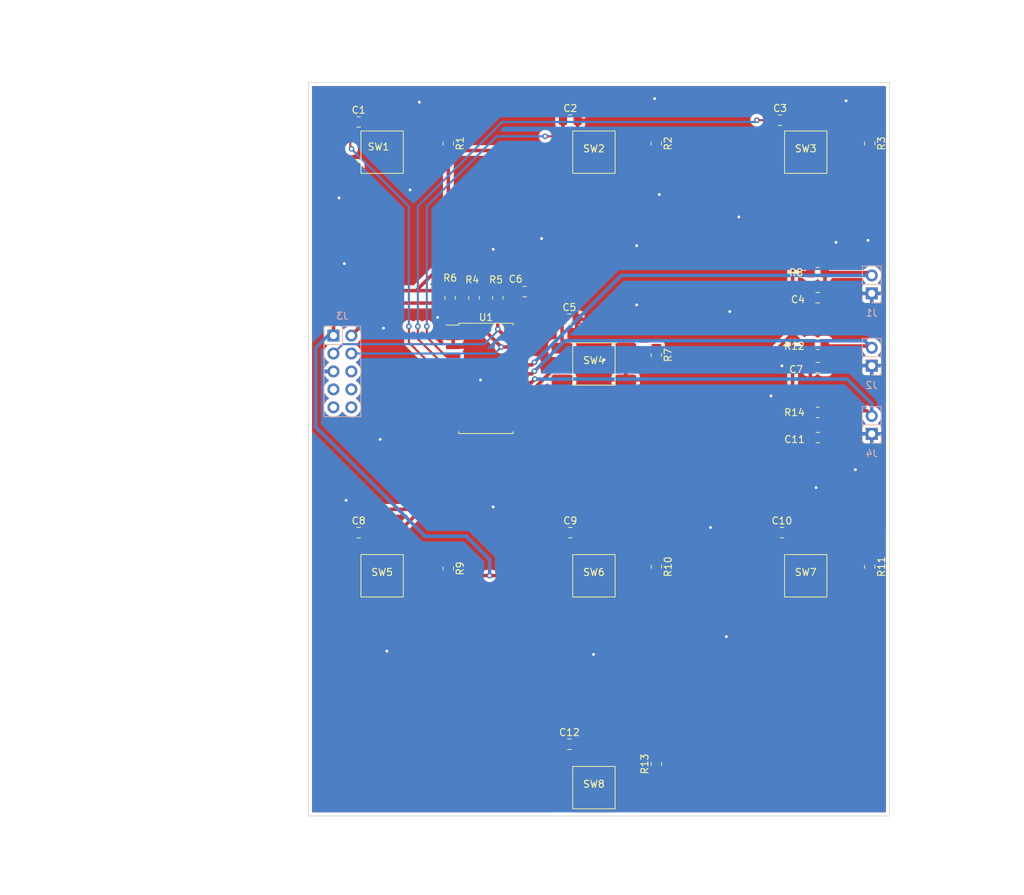
<source format=kicad_pcb>
(kicad_pcb (version 20211014) (generator pcbnew)
  (layers (0 "F.Cu" signal) (31 "B.Cu" signal) (34 "B.Paste" user) (35 "F.Paste" user) (36 "B.SilkS" user "B.Silkscreen") (37 "F.SilkS" user "F.Silkscreen") (38 "B.Mask" user) (39 "F.Mask" user) (44 "Edge.Cuts" user))
  (net 0 "")
  (net 1 "LEFT")
  (net 2 "GND")
  (net 3 "MENU")
  (net 4 "OK")
  (net 5 "DOWN")
  (net 6 "HOME")
  (net 7 "UP")
  (net 8 "RIGHT")
  (net 9 "BACK")
  (net 10 "BTN1")
  (net 11 "BTN2")
  (net 12 "BTN3")
  (net 13 "Net-(R1-Pad1)")
  (net 14 "+3.3V")
  (net 15 "Net-(R2-Pad1)")
  (net 16 "Net-(R3-Pad1)")
  (net 17 "Net-(R7-Pad1)")
  (net 26 "INT")
  (net 27 "SDA")
  (net 28 "SCL")
  (net 36 "Net-(R9-Pad1)")
  (net 37 "Net-(R10-Pad1)")
  (net 38 "Net-(R11-Pad1)")
  (net 39 "Net-(R13-Pad1)")
  (footprint "Resistor_SMD:R_0805_2012Metric_Pad1.20x1.40mm_HandSolder" (layer "F.Cu") (at 148.844 108.712 -90)
    (fp_text reference "R10" (at 0 -1.65 90) (layer "F.SilkS"))
    (fp_text value "10k")
    (fp_line (start -0.227064 0.735) (end 0.227064 0.735) (layer "F.SilkS") (width 0.12))
    (fp_line (start -0.227064 -0.735) (end 0.227064 -0.735) (layer "F.SilkS") (width 0.12))
    (pad "1" smd roundrect (at -1 0 270) (size 1.2 1.4) (layers "F.Cu" "F.Paste" "F.Mask") (roundrect_rratio 0.208333) (net 37 "Net-(R10-Pad1)"))
    (pad "2" smd roundrect (at 1 0 270) (size 1.2 1.4) (layers "F.Cu" "F.Paste" "F.Mask") (roundrect_rratio 0.208333) (net 14 "+3.3V"))
  )
  (footprint "Capacitor_SMD:C_0805_2012Metric_Pad1.18x1.45mm_HandSolder" (layer "F.Cu") (at 106.68 103.886)
    (fp_text reference "C8" (at 0 -1.68) (layer "F.SilkS"))
    (fp_text value "100nF")
    (fp_line (start -0.261252 0.735) (end 0.261252 0.735) (layer "F.SilkS") (width 0.12))
    (fp_line (start -0.261252 -0.735) (end 0.261252 -0.735) (layer "F.SilkS") (width 0.12))
    (pad "1" smd roundrect (at -1.0375 0) (size 1.175 1.45) (layers "F.Cu" "F.Paste" "F.Mask") (roundrect_rratio 0.212766) (net 1 "LEFT"))
    (pad "2" smd roundrect (at 1.0375 0) (size 1.175 1.45) (layers "F.Cu" "F.Paste" "F.Mask") (roundrect_rratio 0.212766) (net 2 "GND"))
  )
  (footprint "Resistor_SMD:R_0805_2012Metric_Pad1.20x1.40mm_HandSolder" (layer "F.Cu") (at 148.844 48.768 -90)
    (fp_text reference "R2" (at 0 -1.65 90) (layer "F.SilkS"))
    (fp_text value "10k")
    (fp_line (start -0.227064 -0.735) (end 0.227064 -0.735) (layer "F.SilkS") (width 0.12))
    (fp_line (start -0.227064 0.735) (end 0.227064 0.735) (layer "F.SilkS") (width 0.12))
    (pad "1" smd roundrect (at -1 0 270) (size 1.2 1.4) (layers "F.Cu" "F.Paste" "F.Mask") (roundrect_rratio 0.208333) (net 15 "Net-(R2-Pad1)"))
    (pad "2" smd roundrect (at 1 0 270) (size 1.2 1.4) (layers "F.Cu" "F.Paste" "F.Mask") (roundrect_rratio 0.208333) (net 14 "+3.3V"))
  )
  (footprint "TL3301SPF160QG:TL3301SPF160QG" (layer "F.Cu") (at 170 50)
    (fp_text reference "SW3" (at 0 -0.5 unlocked) (layer "F.SilkS"))
    (fp_text value "SW_MEC_5E")
    (fp_rect (start -3 -3) (end 3 3) (layer "F.SilkS") (width 0.12) (fill none))
    (pad "1" smd roundrect (at -4.5 2.25) (size 3 1.524) (layers "F.Cu" "F.Paste" "F.Mask"))
    (pad "2" smd roundrect (at 4.5 2.25) (size 3 1.524) (layers "F.Cu" "F.Paste" "F.Mask") (net 2 "GND"))
    (pad "3" smd roundrect (at -4.498165 -2.25) (size 3 1.524) (layers "F.Cu" "F.Paste" "F.Mask") (net 9 "BACK"))
    (pad "4" smd roundrect (at 4.5 -2.25) (size 3 1.524) (layers "F.Cu" "F.Paste" "F.Mask") (net 16 "Net-(R3-Pad1)"))
  )
  (footprint "Capacitor_SMD:C_0805_2012Metric_Pad1.18x1.45mm_HandSolder" (layer "F.Cu") (at 171.688 70.612 180)
    (fp_text reference "C4" (at 2.794 -0.254) (layer "F.SilkS"))
    (fp_text value "100nF")
    (fp_line (start -0.261252 0.735) (end 0.261252 0.735) (layer "F.SilkS") (width 0.12))
    (fp_line (start -0.261252 -0.735) (end 0.261252 -0.735) (layer "F.SilkS") (width 0.12))
    (pad "1" smd roundrect (at -1.0375 0 180) (size 1.175 1.45) (layers "F.Cu" "F.Paste" "F.Mask") (roundrect_rratio 0.212766) (net 10 "BTN1"))
    (pad "2" smd roundrect (at 1.0375 0 180) (size 1.175 1.45) (layers "F.Cu" "F.Paste" "F.Mask") (roundrect_rratio 0.212766) (net 2 "GND"))
  )
  (footprint "TL3301SPF160QG:TL3301SPF160QG" (layer "F.Cu") (at 110 110)
    (fp_text reference "SW5" (at 0 -0.5 unlocked) (layer "F.SilkS"))
    (fp_text value "SW_MEC_5E")
    (fp_rect (start -3 -3) (end 3 3) (layer "F.SilkS") (width 0.12) (fill none))
    (pad "1" smd roundrect locked (at -4.5 2.25) (size 3 1.524) (layers "F.Cu" "F.Paste" "F.Mask"))
    (pad "2" smd roundrect locked (at 4.5 2.25) (size 3 1.524) (layers "F.Cu" "F.Paste" "F.Mask") (net 2 "GND"))
    (pad "3" smd roundrect locked (at -4.498165 -2.25) (size 3 1.524) (layers "F.Cu" "F.Paste" "F.Mask") (net 1 "LEFT"))
    (pad "4" smd roundrect locked (at 4.5 -2.25) (size 3 1.524) (layers "F.Cu" "F.Paste" "F.Mask") (net 36 "Net-(R9-Pad1)"))
  )
  (footprint "Resistor_SMD:R_0805_2012Metric_Pad1.20x1.40mm_HandSolder" (layer "F.Cu") (at 119.38 108.966 -90)
    (fp_text reference "R9" (at 0 -1.65 90) (layer "F.SilkS"))
    (fp_text value "10k")
    (fp_line (start -0.227064 0.735) (end 0.227064 0.735) (layer "F.SilkS") (width 0.12))
    (fp_line (start -0.227064 -0.735) (end 0.227064 -0.735) (layer "F.SilkS") (width 0.12))
    (pad "1" smd roundrect (at -1 0 270) (size 1.2 1.4) (layers "F.Cu" "F.Paste" "F.Mask") (roundrect_rratio 0.208333) (net 36 "Net-(R9-Pad1)"))
    (pad "2" smd roundrect (at 1 0 270) (size 1.2 1.4) (layers "F.Cu" "F.Paste" "F.Mask") (roundrect_rratio 0.208333) (net 14 "+3.3V"))
  )
  (footprint "Capacitor_SMD:C_0805_2012Metric_Pad1.18x1.45mm_HandSolder" (layer "F.Cu") (at 130.183857 69.7554)
    (fp_text reference "C6" (at -1.27 -1.778 180) (layer "F.SilkS"))
    (fp_text value "100nF")
    (fp_line (start -0.261252 -0.735) (end 0.261252 -0.735) (layer "F.SilkS") (width 0.12))
    (fp_line (start -0.261252 0.735) (end 0.261252 0.735) (layer "F.SilkS") (width 0.12))
    (pad "1" smd roundrect (at -1.0375 0) (size 1.175 1.45) (layers "F.Cu" "F.Paste" "F.Mask") (roundrect_rratio 0.212766) (net 14 "+3.3V"))
    (pad "2" smd roundrect (at 1.0375 0) (size 1.175 1.45) (layers "F.Cu" "F.Paste" "F.Mask") (roundrect_rratio 0.212766) (net 2 "GND"))
  )
  (footprint "TL3301SPF160QG:TL3301SPF160QG" (layer "F.Cu") (at 140 110)
    (fp_text reference "SW6" (at 0 -0.5 unlocked) (layer "F.SilkS"))
    (fp_text value "SW_MEC_5E")
    (fp_rect (start -3 -3) (end 3 3) (layer "F.SilkS") (width 0.12) (fill none))
    (pad "1" smd roundrect locked (at -4.5 2.25) (size 3 1.524) (layers "F.Cu" "F.Paste" "F.Mask"))
    (pad "2" smd roundrect locked (at 4.5 2.25) (size 3 1.524) (layers "F.Cu" "F.Paste" "F.Mask") (net 2 "GND"))
    (pad "3" smd roundrect locked (at -4.498165 -2.25) (size 3 1.524) (layers "F.Cu" "F.Paste" "F.Mask") (net 4 "OK"))
    (pad "4" smd roundrect locked (at 4.5 -2.25) (size 3 1.524) (layers "F.Cu" "F.Paste" "F.Mask") (net 37 "Net-(R10-Pad1)"))
  )
  (footprint "TL3301SPF160QG:TL3301SPF160QG" (layer "F.Cu") (at 140 80)
    (fp_text reference "SW4" (at 0 -0.5 unlocked) (layer "F.SilkS"))
    (fp_text value "SW_MEC_5E")
    (fp_rect (start -3 -3) (end 3 3) (layer "F.SilkS") (width 0.12) (fill none))
    (pad "1" smd roundrect (at -4.5 2.25) (size 3 1.524) (layers "F.Cu" "F.Paste" "F.Mask"))
    (pad "2" smd roundrect (at 4.5 2.25) (size 3 1.524) (layers "F.Cu" "F.Paste" "F.Mask") (net 2 "GND"))
    (pad "3" smd roundrect (at -4.498165 -2.25) (size 3 1.524) (layers "F.Cu" "F.Paste" "F.Mask") (net 7 "UP"))
    (pad "4" smd roundrect (at 4.5 -2.25) (size 3 1.524) (layers "F.Cu" "F.Paste" "F.Mask") (net 17 "Net-(R7-Pad1)"))
  )
  (footprint "TL3301SPF160QG:TL3301SPF160QG" (layer "F.Cu") (at 110 50)
    (fp_text reference "SW1" (at -0.508 -0.762 unlocked) (layer "F.SilkS"))
    (fp_text value "SW_MEC_5E")
    (fp_rect (start -3 -3) (end 3 3) (layer "F.SilkS") (width 0.12) (fill none))
    (pad "1" smd roundrect (at -4.5 2.25) (size 3 1.524) (layers "F.Cu" "F.Paste" "F.Mask"))
    (pad "2" smd roundrect (at 4.5 2.25) (size 3 1.524) (layers "F.Cu" "F.Paste" "F.Mask") (net 2 "GND"))
    (pad "3" smd roundrect (at -4.498165 -2.25) (size 3 1.524) (layers "F.Cu" "F.Paste" "F.Mask") (net 3 "MENU"))
    (pad "4" smd roundrect (at 4.5 -2.25) (size 3 1.524) (layers "F.Cu" "F.Paste" "F.Mask") (net 13 "Net-(R1-Pad1)"))
  )
  (footprint "Resistor_SMD:R_0805_2012Metric_Pad1.20x1.40mm_HandSolder" (layer "F.Cu") (at 179.07 108.712 -90)
    (fp_text reference "R11" (at 0 -1.65 90) (layer "F.SilkS"))
    (fp_text value "10k")
    (fp_line (start -0.227064 -0.735) (end 0.227064 -0.735) (layer "F.SilkS") (width 0.12))
    (fp_line (start -0.227064 0.735) (end 0.227064 0.735) (layer "F.SilkS") (width 0.12))
    (pad "1" smd roundrect (at -1 0 270) (size 1.2 1.4) (layers "F.Cu" "F.Paste" "F.Mask") (roundrect_rratio 0.208333) (net 38 "Net-(R11-Pad1)"))
    (pad "2" smd roundrect (at 1 0 270) (size 1.2 1.4) (layers "F.Cu" "F.Paste" "F.Mask") (roundrect_rratio 0.208333) (net 14 "+3.3V"))
  )
  (footprint "TL3301SPF160QG:TL3301SPF160QG" (layer "F.Cu") (at 170 110)
    (fp_text reference "SW7" (at 0 -0.5 unlocked) (layer "F.SilkS"))
    (fp_text value "SW_MEC_5E")
    (fp_rect (start -3 -3) (end 3 3) (layer "F.SilkS") (width 0.12) (fill none))
    (pad "1" smd roundrect locked (at -4.5 2.25) (size 3 1.524) (layers "F.Cu" "F.Paste" "F.Mask"))
    (pad "2" smd roundrect locked (at 4.5 2.25) (size 3 1.524) (layers "F.Cu" "F.Paste" "F.Mask") (net 2 "GND"))
    (pad "3" smd roundrect locked (at -4.498165 -2.25) (size 3 1.524) (layers "F.Cu" "F.Paste" "F.Mask") (net 8 "RIGHT"))
    (pad "4" smd roundrect locked (at 4.5 -2.25) (size 3 1.524) (layers "F.Cu" "F.Paste" "F.Mask") (net 38 "Net-(R11-Pad1)"))
  )
  (footprint "Capacitor_SMD:C_0805_2012Metric_Pad1.18x1.45mm_HandSolder" (layer "F.Cu") (at 136.652 45.466)
    (fp_text reference "C2" (at 0 -1.68) (layer "F.SilkS"))
    (fp_text value "100nF")
    (fp_line (start -0.261252 -0.735) (end 0.261252 -0.735) (layer "F.SilkS") (width 0.12))
    (fp_line (start -0.261252 0.735) (end 0.261252 0.735) (layer "F.SilkS") (width 0.12))
    (pad "1" smd roundrect locked (at -1.0375 0) (size 1.175 1.45) (layers "F.Cu" "F.Paste" "F.Mask") (roundrect_rratio 0.212766) (net 6 "HOME"))
    (pad "2" smd roundrect locked (at 1.0375 0) (size 1.175 1.45) (layers "F.Cu" "F.Paste" "F.Mask") (roundrect_rratio 0.212766) (net 2 "GND"))
  )
  (footprint "Resistor_SMD:R_0805_2012Metric_Pad1.20x1.40mm_HandSolder" (layer "F.Cu") (at 119.38 48.768 -90)
    (fp_text reference "R1" (at 0 -1.65 90) (layer "F.SilkS"))
    (fp_text value "10k")
    (fp_line (start -0.227064 0.735) (end 0.227064 0.735) (layer "F.SilkS") (width 0.12))
    (fp_line (start -0.227064 -0.735) (end 0.227064 -0.735) (layer "F.SilkS") (width 0.12))
    (pad "1" smd roundrect (at -1 0 270) (size 1.2 1.4) (layers "F.Cu" "F.Paste" "F.Mask") (roundrect_rratio 0.208333) (net 13 "Net-(R1-Pad1)"))
    (pad "2" smd roundrect (at 1 0 270) (size 1.2 1.4) (layers "F.Cu" "F.Paste" "F.Mask") (roundrect_rratio 0.208333) (net 14 "+3.3V"))
  )
  (footprint "Capacitor_SMD:C_0805_2012Metric_Pad1.18x1.45mm_HandSolder" (layer "F.Cu") (at 106.68 45.72)
    (fp_text reference "C1" (at 0 -1.68) (layer "F.SilkS"))
    (fp_text value "100nF")
    (fp_line (start -0.261252 0.735) (end 0.261252 0.735) (layer "F.SilkS") (width 0.12))
    (fp_line (start -0.261252 -0.735) (end 0.261252 -0.735) (layer "F.SilkS") (width 0.12))
    (pad "1" smd roundrect (at -1.0375 0) (size 1.175 1.45) (layers "F.Cu" "F.Paste" "F.Mask") (roundrect_rratio 0.212766) (net 3 "MENU"))
    (pad "2" smd roundrect (at 1.0375 0) (size 1.175 1.45) (layers "F.Cu" "F.Paste" "F.Mask") (roundrect_rratio 0.212766) (net 2 "GND"))
  )
  (footprint "Capacitor_SMD:C_0805_2012Metric_Pad1.18x1.45mm_HandSolder" (layer "F.Cu") (at 136.525 73.66)
    (fp_text reference "C5" (at 0 -1.68) (layer "F.SilkS"))
    (fp_text value "100nF")
    (fp_line (start -0.261252 0.735) (end 0.261252 0.735) (layer "F.SilkS") (width 0.12))
    (fp_line (start -0.261252 -0.735) (end 0.261252 -0.735) (layer "F.SilkS") (width 0.12))
    (pad "1" smd roundrect (at -1.0375 0) (size 1.175 1.45) (layers "F.Cu" "F.Paste" "F.Mask") (roundrect_rratio 0.212766) (net 7 "UP"))
    (pad "2" smd roundrect (at 1.0375 0) (size 1.175 1.45) (layers "F.Cu" "F.Paste" "F.Mask") (roundrect_rratio 0.212766) (net 2 "GND"))
  )
  (footprint "Resistor_SMD:R_0805_2012Metric_Pad1.20x1.40mm_HandSolder" (layer "F.Cu") (at 171.688 67.056 180)
    (fp_text reference "R8" (at 3.048 0) (layer "F.SilkS"))
    (fp_text value "10k")
    (fp_line (start -0.227064 0.735) (end 0.227064 0.735) (layer "F.SilkS") (width 0.12))
    (fp_line (start -0.227064 -0.735) (end 0.227064 -0.735) (layer "F.SilkS") (width 0.12))
    (pad "1" smd roundrect (at -1 0 180) (size 1.2 1.4) (layers "F.Cu" "F.Paste" "F.Mask") (roundrect_rratio 0.208333) (net 10 "BTN1"))
    (pad "2" smd roundrect (at 1 0 180) (size 1.2 1.4) (layers "F.Cu" "F.Paste" "F.Mask") (roundrect_rratio 0.208333) (net 14 "+3.3V"))
  )
  (footprint "Capacitor_SMD:C_0805_2012Metric_Pad1.18x1.45mm_HandSolder" (layer "F.Cu") (at 166.624 103.886)
    (fp_text reference "C10" (at 0 -1.68) (layer "F.SilkS"))
    (fp_text value "100nF")
    (fp_line (start -0.261252 -0.735) (end 0.261252 -0.735) (layer "F.SilkS") (width 0.12))
    (fp_line (start -0.261252 0.735) (end 0.261252 0.735) (layer "F.SilkS") (width 0.12))
    (pad "1" smd roundrect (at -1.0375 0) (size 1.175 1.45) (layers "F.Cu" "F.Paste" "F.Mask") (roundrect_rratio 0.212766) (net 8 "RIGHT"))
    (pad "2" smd roundrect (at 1.0375 0) (size 1.175 1.45) (layers "F.Cu" "F.Paste" "F.Mask") (roundrect_rratio 0.212766) (net 2 "GND"))
  )
  (footprint "TL3301SPF160QG:TL3301SPF160QG" (layer "F.Cu") (at 140 50)
    (fp_text reference "SW2" (at 0 -0.5 unlocked) (layer "F.SilkS"))
    (fp_text value "SW_MEC_5E")
    (fp_rect (start -3 -3) (end 3 3) (layer "F.SilkS") (width 0.12) (fill none))
    (pad "1" smd roundrect (at -4.5 2.25) (size 3 1.524) (layers "F.Cu" "F.Paste" "F.Mask"))
    (pad "2" smd roundrect (at 4.5 2.25) (size 3 1.524) (layers "F.Cu" "F.Paste" "F.Mask") (net 2 "GND"))
    (pad "3" smd roundrect (at -4.498165 -2.25) (size 3 1.524) (layers "F.Cu" "F.Paste" "F.Mask") (net 6 "HOME"))
    (pad "4" smd roundrect (at 4.5 -2.25) (size 3 1.524) (layers "F.Cu" "F.Paste" "F.Mask") (net 15 "Net-(R2-Pad1)"))
  )
  (footprint "Resistor_SMD:R_0805_2012Metric_Pad1.20x1.40mm_HandSolder" (layer "F.Cu") (at 148.844 136.652 90)
    (fp_text reference "R13" (at 0 -1.65 90) (layer "F.SilkS"))
    (fp_text value "10k")
    (fp_line (start -0.227064 0.735) (end 0.227064 0.735) (layer "F.SilkS") (width 0.12))
    (fp_line (start -0.227064 -0.735) (end 0.227064 -0.735) (layer "F.SilkS") (width 0.12))
    (pad "1" smd roundrect (at -1 0 90) (size 1.2 1.4) (layers "F.Cu" "F.Paste" "F.Mask") (roundrect_rratio 0.208333) (net 39 "Net-(R13-Pad1)"))
    (pad "2" smd roundrect (at 1 0 90) (size 1.2 1.4) (layers "F.Cu" "F.Paste" "F.Mask") (roundrect_rratio 0.208333) (net 14 "+3.3V"))
  )
  (footprint "Resistor_SMD:R_0805_2012Metric_Pad1.20x1.40mm_HandSolder" (layer "F.Cu") (at 148.844 78.74 -90)
    (fp_text reference "R7" (at 0 -1.65 90) (layer "F.SilkS"))
    (fp_text value "10k")
    (fp_line (start -0.227064 -0.735) (end 0.227064 -0.735) (layer "F.SilkS") (width 0.12))
    (fp_line (start -0.227064 0.735) (end 0.227064 0.735) (layer "F.SilkS") (width 0.12))
    (pad "1" smd roundrect (at -1 0 270) (size 1.2 1.4) (layers "F.Cu" "F.Paste" "F.Mask") (roundrect_rratio 0.208333) (net 17 "Net-(R7-Pad1)"))
    (pad "2" smd roundrect (at 1 0 270) (size 1.2 1.4) (layers "F.Cu" "F.Paste" "F.Mask") (roundrect_rratio 0.208333) (net 14 "+3.3V"))
  )
  (footprint "Capacitor_SMD:C_0805_2012Metric_Pad1.18x1.45mm_HandSolder" (layer "F.Cu") (at 166.37 45.466)
    (fp_text reference "C3" (at 0 -1.68) (layer "F.SilkS"))
    (fp_text value "100nF")
    (fp_line (start -0.261252 0.735) (end 0.261252 0.735) (layer "F.SilkS") (width 0.12))
    (fp_line (start -0.261252 -0.735) (end 0.261252 -0.735) (layer "F.SilkS") (width 0.12))
    (pad "1" smd roundrect (at -1.0375 0) (size 1.175 1.45) (layers "F.Cu" "F.Paste" "F.Mask") (roundrect_rratio 0.212766) (net 9 "BACK"))
    (pad "2" smd roundrect (at 1.0375 0) (size 1.175 1.45) (layers "F.Cu" "F.Paste" "F.Mask") (roundrect_rratio 0.212766) (net 2 "GND"))
  )
  (footprint "Resistor_SMD:R_0805_2012Metric_Pad1.20x1.40mm_HandSolder" (layer "F.Cu") (at 179.07 48.768 -90)
    (fp_text reference "R3" (at 0 -1.65 90) (layer "F.SilkS"))
    (fp_text value "10k")
    (fp_line (start -0.227064 -0.735) (end 0.227064 -0.735) (layer "F.SilkS") (width 0.12))
    (fp_line (start -0.227064 0.735) (end 0.227064 0.735) (layer "F.SilkS") (width 0.12))
    (pad "1" smd roundrect (at -1 0 270) (size 1.2 1.4) (layers "F.Cu" "F.Paste" "F.Mask") (roundrect_rratio 0.208333) (net 16 "Net-(R3-Pad1)"))
    (pad "2" smd roundrect (at 1 0 270) (size 1.2 1.4) (layers "F.Cu" "F.Paste" "F.Mask") (roundrect_rratio 0.208333) (net 14 "+3.3V"))
  )
  (footprint "Resistor_SMD:R_0805_2012Metric_Pad1.20x1.40mm_HandSolder" (layer "F.Cu") (at 171.688 86.868 180)
    (fp_text reference "R14" (at 3.286 0) (layer "F.SilkS"))
    (fp_text value "10k")
    (fp_line (start -0.227064 0.735) (end 0.227064 0.735) (layer "F.SilkS") (width 0.12))
    (fp_line (start -0.227064 -0.735) (end 0.227064 -0.735) (layer "F.SilkS") (width 0.12))
    (pad "1" smd roundrect (at -1 0 180) (size 1.2 1.4) (layers "F.Cu" "F.Paste" "F.Mask") (roundrect_rratio 0.208333) (net 12 "BTN3"))
    (pad "2" smd roundrect (at 1 0 180) (size 1.2 1.4) (layers "F.Cu" "F.Paste" "F.Mask") (roundrect_rratio 0.208333) (net 14 "+3.3V"))
  )
  (footprint "Resistor_SMD:R_0805_2012Metric_Pad1.20x1.40mm_HandSolder" (layer "F.Cu") (at 119.634 70.612 90)
    (fp_text reference "R6" (at 2.794 0 180) (layer "F.SilkS"))
    (fp_text value "10k")
    (fp_line (start -0.227064 -0.735) (end 0.227064 -0.735) (layer "F.SilkS") (width 0.12))
    (fp_line (start -0.227064 0.735) (end 0.227064 0.735) (layer "F.SilkS") (width 0.12))
    (pad "1" smd roundrect (at -1 0 90) (size 1.2 1.4) (layers "F.Cu" "F.Paste" "F.Mask") (roundrect_rratio 0.208333) (net 26 "INT"))
    (pad "2" smd roundrect (at 1 0 90) (size 1.2 1.4) (layers "F.Cu" "F.Paste" "F.Mask") (roundrect_rratio 0.208333) (net 14 "+3.3V"))
  )
  (footprint "TL3301SPF160QG:TL3301SPF160QG" (layer "F.Cu") (at 140 140)
    (fp_text reference "SW8" (at 0 -0.5 unlocked) (layer "F.SilkS"))
    (fp_text value "SW_MEC_5E")
    (fp_rect (start -3 -3) (end 3 3) (layer "F.SilkS") (width 0.12) (fill none))
    (pad "1" smd roundrect locked (at -4.5 2.25) (size 3 1.524) (layers "F.Cu" "F.Paste" "F.Mask"))
    (pad "2" smd roundrect locked (at 4.5 2.25) (size 3 1.524) (layers "F.Cu" "F.Paste" "F.Mask") (net 2 "GND"))
    (pad "3" smd roundrect locked (at -4.498165 -2.25) (size 3 1.524) (layers "F.Cu" "F.Paste" "F.Mask") (net 5 "DOWN"))
    (pad "4" smd roundrect locked (at 4.5 -2.25) (size 3 1.524) (layers "F.Cu" "F.Paste" "F.Mask") (net 39 "Net-(R13-Pad1)"))
  )
  (footprint "Resistor_SMD:R_0805_2012Metric_Pad1.20x1.40mm_HandSolder" (layer "F.Cu") (at 171.688 77.216 180)
    (fp_text reference "R12" (at 3.302 -0.254) (layer "F.SilkS"))
    (fp_text value "10k")
    (fp_line (start -0.227064 0.735) (end 0.227064 0.735) (layer "F.SilkS") (width 0.12))
    (fp_line (start -0.227064 -0.735) (end 0.227064 -0.735) (layer "F.SilkS") (width 0.12))
    (pad "1" smd roundrect (at -1 0 180) (size 1.2 1.4) (layers "F.Cu" "F.Paste" "F.Mask") (roundrect_rratio 0.208333) (net 11 "BTN2"))
    (pad "2" smd roundrect (at 1 0 180) (size 1.2 1.4) (layers "F.Cu" "F.Paste" "F.Mask") (roundrect_rratio 0.208333) (net 14 "+3.3V"))
  )
  (footprint "Capacitor_SMD:C_0805_2012Metric_Pad1.18x1.45mm_HandSolder" (layer "F.Cu") (at 171.704 90.424 180)
    (fp_text reference "C11" (at 3.286 -0.254) (layer "F.SilkS"))
    (fp_text value "100nF")
    (fp_line (start -0.261252 0.735) (end 0.261252 0.735) (layer "F.SilkS") (width 0.12))
    (fp_line (start -0.261252 -0.735) (end 0.261252 -0.735) (layer "F.SilkS") (width 0.12))
    (pad "1" smd roundrect (at -1.0375 0 180) (size 1.175 1.45) (layers "F.Cu" "F.Paste" "F.Mask") (roundrect_rratio 0.212766) (net 12 "BTN3"))
    (pad "2" smd roundrect (at 1.0375 0 180) (size 1.175 1.45) (layers "F.Cu" "F.Paste" "F.Mask") (roundrect_rratio 0.212766) (net 2 "GND"))
  )
  (footprint "Capacitor_SMD:C_0805_2012Metric_Pad1.18x1.45mm_HandSolder" (layer "F.Cu") (at 171.688 80.518 180)
    (fp_text reference "C7" (at 3.048 -0.254) (layer "F.SilkS"))
    (fp_text value "100nF")
    (fp_line (start -0.261252 -0.735) (end 0.261252 -0.735) (layer "F.SilkS") (width 0.12))
    (fp_line (start -0.261252 0.735) (end 0.261252 0.735) (layer "F.SilkS") (width 0.12))
    (pad "1" smd roundrect (at -1.0375 0 180) (size 1.175 1.45) (layers "F.Cu" "F.Paste" "F.Mask") (roundrect_rratio 0.212766) (net 11 "BTN2"))
    (pad "2" smd roundrect (at 1.0375 0 180) (size 1.175 1.45) (layers "F.Cu" "F.Paste" "F.Mask") (roundrect_rratio 0.212766) (net 2 "GND"))
  )
  (footprint "Capacitor_SMD:C_0805_2012Metric_Pad1.18x1.45mm_HandSolder" (layer "F.Cu") (at 136.525 133.858)
    (fp_text reference "C12" (at 0 -1.68) (layer "F.SilkS"))
    (fp_text value "100nF")
    (fp_line (start -0.261252 -0.735) (end 0.261252 -0.735) (layer "F.SilkS") (width 0.12))
    (fp_line (start -0.261252 0.735) (end 0.261252 0.735) (layer "F.SilkS") (width 0.12))
    (pad "1" smd roundrect (at -1.0375 0) (size 1.175 1.45) (layers "F.Cu" "F.Paste" "F.Mask") (roundrect_rratio 0.212766) (net 5 "DOWN"))
    (pad "2" smd roundrect (at 1.0375 0) (size 1.175 1.45) (layers "F.Cu" "F.Paste" "F.Mask") (roundrect_rratio 0.212766) (net 2 "GND"))
  )
  (footprint "Capacitor_SMD:C_0805_2012Metric_Pad1.18x1.45mm_HandSolder" (layer "F.Cu") (at 136.652 103.886)
    (fp_text reference "C9" (at 0 -1.68) (layer "F.SilkS"))
    (fp_text value "100nF")
    (fp_line (start -0.261252 -0.735) (end 0.261252 -0.735) (layer "F.SilkS") (width 0.12))
    (fp_line (start -0.261252 0.735) (end 0.261252 0.735) (layer "F.SilkS") (width 0.12))
    (pad "1" smd roundrect (at -1.0375 0) (size 1.175 1.45) (layers "F.Cu" "F.Paste" "F.Mask") (roundrect_rratio 0.212766) (net 4 "OK"))
    (pad "2" smd roundrect (at 1.0375 0) (size 1.175 1.45) (layers "F.Cu" "F.Paste" "F.Mask") (roundrect_rratio 0.212766) (net 2 "GND"))
  )
  (footprint "Resistor_SMD:R_0805_2012Metric_Pad1.20x1.40mm_HandSolder" (layer "F.Cu") (at 123.010666 70.612 90)
    (fp_text reference "R4" (at 2.54 -0.254 180) (layer "F.SilkS"))
    (fp_text value "10k")
    (fp_line (start -0.227064 0.735) (end 0.227064 0.735) (layer "F.SilkS") (width 0.12))
    (fp_line (start -0.227064 -0.735) (end 0.227064 -0.735) (layer "F.SilkS") (width 0.12))
    (pad "1" smd roundrect (at -1 0 90) (size 1.2 1.4) (layers "F.Cu" "F.Paste" "F.Mask") (roundrect_rratio 0.208333) (net 28 "SCL"))
    (pad "2" smd roundrect (at 1 0 90) (size 1.2 1.4) (layers "F.Cu" "F.Paste" "F.Mask") (roundrect_rratio 0.208333) (net 14 "+3.3V"))
  )
  (footprint "Resistor_SMD:R_0805_2012Metric_Pad1.20x1.40mm_HandSolder" (layer "F.Cu") (at 126.387332 70.612 90)
    (fp_text reference "R5" (at 2.54 -0.254 180) (layer "F.SilkS"))
    (fp_text value "10k")
    (fp_line (start -0.227064 0.735) (end 0.227064 0.735) (layer "F.SilkS") (width 0.12))
    (fp_line (start -0.227064 -0.735) (end 0.227064 -0.735) (layer "F.SilkS") (width 0.12))
    (pad "1" smd roundrect (at -1 0 90) (size 1.2 1.4) (layers "F.Cu" "F.Paste" "F.Mask") (roundrect_rratio 0.208333) (net 27 "SDA"))
    (pad "2" smd roundrect (at 1 0 90) (size 1.2 1.4) (layers "F.Cu" "F.Paste" "F.Mask") (roundrect_rratio 0.208333) (net 14 "+3.3V"))
  )
  (footprint "Package_SO:SOIC-24W_7.5x15.4mm_P1.27mm" (layer "F.Cu") (at 124.714 82.042)
    (fp_text reference "U1" (at 0 -8.65) (layer "F.SilkS"))
    (fp_text value "PCA9555D")
    (fp_line (start 3.86 7.81) (end 3.86 7.545) (layer "F.SilkS") (width 0.12))
    (fp_line (start -3.86 -7.81) (end -3.86 -7.545) (layer "F.SilkS") (width 0.12))
    (fp_line (start 3.86 -7.81) (end 3.86 -7.545) (layer "F.SilkS") (width 0.12))
    (fp_line (start 0 7.81) (end -3.86 7.81) (layer "F.SilkS") (width 0.12))
    (fp_line (start 0 -7.81) (end 3.86 -7.81) (layer "F.SilkS") (width 0.12))
    (fp_line (start 0 -7.81) (end -3.86 -7.81) (layer "F.SilkS") (width 0.12))
    (fp_line (start -3.86 -7.545) (end -5.675 -7.545) (layer "F.SilkS") (width 0.12))
    (fp_line (start -3.86 7.81) (end -3.86 7.545) (layer "F.SilkS") (width 0.12))
    (fp_line (start 0 7.81) (end 3.86 7.81) (layer "F.SilkS") (width 0.12))
    (pad "1" smd roundrect (at -4.65 -6.985) (size 2.05 0.6) (layers "F.Cu" "F.Paste" "F.Mask") (net 26 "INT"))
    (pad "2" smd roundrect (at -4.65 -5.715) (size 2.05 0.6) (layers "F.Cu" "F.Paste" "F.Mask") (net 2 "GND"))
    (pad "3" smd roundrect (at -4.65 -4.445) (size 2.05 0.6) (layers "F.Cu" "F.Paste" "F.Mask") (net 2 "GND"))
    (pad "4" smd roundrect (at -4.65 -3.175) (size 2.05 0.6) (layers "F.Cu" "F.Paste" "F.Mask") (net 6 "HOME"))
    (pad "5" smd roundrect (at -4.65 -1.905) (size 2.05 0.6) (layers "F.Cu" "F.Paste" "F.Mask") (net 9 "BACK"))
    (pad "6" smd roundrect (at -4.65 -0.635) (size 2.05 0.6) (layers "F.Cu" "F.Paste" "F.Mask") (net 3 "MENU"))
    (pad "7" smd roundrect (at -4.65 0.635) (size 2.05 0.6) (layers "F.Cu" "F.Paste" "F.Mask"))
    (pad "8" smd roundrect (at -4.65 1.905) (size 2.05 0.6) (layers "F.Cu" "F.Paste" "F.Mask"))
    (pad "9" smd roundrect (at -4.65 3.175) (size 2.05 0.6) (layers "F.Cu" "F.Paste" "F.Mask"))
    (pad "10" smd roundrect (at -4.65 4.445) (size 2.05 0.6) (layers "F.Cu" "F.Paste" "F.Mask"))
    (pad "11" smd roundrect (at -4.65 5.715) (size 2.05 0.6) (layers "F.Cu" "F.Paste" "F.Mask"))
    (pad "12" smd roundrect (at -4.65 6.985) (size 2.05 0.6) (layers "F.Cu" "F.Paste" "F.Mask") (net 2 "GND"))
    (pad "13" smd roundrect (at 4.65 6.985) (size 2.05 0.6) (layers "F.Cu" "F.Paste" "F.Mask") (net 5 "DOWN"))
    (pad "14" smd roundrect (at 4.65 5.715) (size 2.05 0.6) (layers "F.Cu" "F.Paste" "F.Mask") (net 1 "LEFT"))
    (pad "15" smd roundrect (at 4.65 4.445) (size 2.05 0.6) (layers "F.Cu" "F.Paste" "F.Mask") (net 4 "OK"))
    (pad "16" smd roundrect (at 4.65 3.175) (size 2.05 0.6) (layers "F.Cu" "F.Paste" "F.Mask") (net 8 "RIGHT"))
    (pad "17" smd roundrect (at 4.65 1.905) (size 2.05 0.6) (layers "F.Cu" "F.Paste" "F.Mask") (net 7 "UP"))
    (pad "18" smd roundrect (at 4.65 0.635) (size 2.05 0.6) (layers "F.Cu" "F.Paste" "F.Mask") (net 12 "BTN3"))
    (pad "19" smd roundrect (at 4.65 -0.635) (size 2.05 0.6) (layers "F.Cu" "F.Paste" "F.Mask") (net 11 "BTN2"))
    (pad "20" smd roundrect (at 4.65 -1.905) (size 2.05 0.6) (layers "F.Cu" "F.Paste" "F.Mask") (net 10 "BTN1"))
    (pad "21" smd roundrect (at 4.65 -3.175) (size 2.05 0.6) (layers "F.Cu" "F.Paste" "F.Mask") (net 2 "GND"))
    (pad "22" smd roundrect (at 4.65 -4.445) (size 2.05 0.6) (layers "F.Cu" "F.Paste" "F.Mask") (net 28 "SCL"))
    (pad "23" smd roundrect (at 4.65 -5.715) (size 2.05 0.6) (layers "F.Cu" "F.Paste" "F.Mask") (net 27 "SDA"))
    (pad "24" smd roundrect (at 4.65 -6.985) (size 2.05 0.6) (layers "F.Cu" "F.Paste" "F.Mask") (net 14 "+3.3V"))
  )
  (footprint "Connector_PinSocket_2.54mm:PinSocket_1x02_P2.54mm_Vertical" (layer "B.Cu") (at 179.349 70)
    (fp_text reference "J1" (at 0 2.77) (layer "B.SilkS") (effects (justify mirror)))
    (fp_text value "BTN1")
    (fp_line (start -1.33 -3.87) (end 1.33 -3.87) (layer "B.SilkS") (width 0.12))
    (fp_line (start 1.33 1.33) (end 1.33 0) (layer "B.SilkS") (width 0.12))
    (fp_line (start 0 1.33) (end 1.33 1.33) (layer "B.SilkS") (width 0.12))
    (fp_line (start -1.33 -1.27) (end -1.33 -3.87) (layer "B.SilkS") (width 0.12))
    (fp_line (start -1.33 -1.27) (end 1.33 -1.27) (layer "B.SilkS") (width 0.12))
    (fp_line (start 1.33 -1.27) (end 1.33 -3.87) (layer "B.SilkS") (width 0.12))
    (pad "1" thru_hole rect (at 0 0) (size 1.7 1.7) (drill 1) (layers *.Cu *.Mask) (net 2 "GND"))
    (pad "2" thru_hole oval (at 0 -2.54) (size 1.7 1.7) (drill 1) (layers *.Cu *.Mask) (net 10 "BTN1"))
  )
  (footprint "Connector_PinSocket_2.54mm:PinSocket_1x02_P2.54mm_Vertical" (layer "B.Cu") (at 179.349 89.896)
    (fp_text reference "J4" (at 0 2.77) (layer "B.SilkS") (effects (justify mirror)))
    (fp_text value "BTN3")
    (fp_line (start 0 1.33) (end 1.33 1.33) (layer "B.SilkS") (width 0.12))
    (fp_line (start 1.33 1.33) (end 1.33 0) (layer "B.SilkS") (width 0.12))
    (fp_line (start -1.33 -1.27) (end -1.33 -3.87) (layer "B.SilkS") (width 0.12))
    (fp_line (start -1.33 -3.87) (end 1.33 -3.87) (layer "B.SilkS") (width 0.12))
    (fp_line (start -1.33 -1.27) (end 1.33 -1.27) (layer "B.SilkS") (width 0.12))
    (fp_line (start 1.33 -1.27) (end 1.33 -3.87) (layer "B.SilkS") (width 0.12))
    (pad "1" thru_hole rect (at 0 0) (size 1.7 1.7) (drill 1) (layers *.Cu *.Mask) (net 2 "GND"))
    (pad "2" thru_hole oval (at 0 -2.54) (size 1.7 1.7) (drill 1) (layers *.Cu *.Mask) (net 12 "BTN3"))
  )
  (footprint "Connector_PinSocket_2.54mm:PinSocket_2x05_P2.54mm_Vertical" (layer "B.Cu") (at 103.104 75.976 180)
    (fp_text reference "J3" (at -1.27 2.77) (layer "B.SilkS") (effects (justify mirror)))
    (fp_text value "IDC_CONN")
    (fp_line (start -1.27 1.33) (end -1.27 -1.27) (layer "B.SilkS") (width 0.12))
    (fp_line (start 1.33 1.33) (end 1.33 0) (layer "B.SilkS") (width 0.12))
    (fp_line (start -3.87 1.33) (end -3.87 -11.49) (layer "B.SilkS") (width 0.12))
    (fp_line (start -1.27 -1.27) (end 1.33 -1.27) (layer "B.SilkS") (width 0.12))
    (fp_line (start -3.87 -11.49) (end 1.33 -11.49) (layer "B.SilkS") (width 0.12))
    (fp_line (start -3.87 1.33) (end -1.27 1.33) (layer "B.SilkS") (width 0.12))
    (fp_line (start 1.33 -1.27) (end 1.33 -11.49) (layer "B.SilkS") (width 0.12))
    (fp_line (start 0 1.33) (end 1.33 1.33) (layer "B.SilkS") (width 0.12))
    (pad "1" thru_hole rect (at 0 0 180) (size 1.7 1.7) (drill 1) (layers *.Cu *.Mask) (net 14 "+3.3V"))
    (pad "2" thru_hole oval (at -2.54 0 180) (size 1.7 1.7) (drill 1) (layers *.Cu *.Mask) (net 26 "INT"))
    (pad "3" thru_hole oval (at 0 -2.54 180) (size 1.7 1.7) (drill 1) (layers *.Cu *.Mask) (net 27 "SDA"))
    (pad "4" thru_hole oval (at -2.54 -2.54 180) (size 1.7 1.7) (drill 1) (layers *.Cu *.Mask) (net 28 "SCL"))
    (pad "5" thru_hole oval (at 0 -5.08 180) (size 1.7 1.7) (drill 1) (layers *.Cu *.Mask) (net 2 "GND"))
    (pad "6" thru_hole oval (at -2.54 -5.08 180) (size 1.7 1.7) (drill 1) (layers *.Cu *.Mask))
    (pad "7" thru_hole oval (at 0 -7.62 180) (size 1.7 1.7) (drill 1) (layers *.Cu *.Mask))
    (pad "8" thru_hole oval (at -2.54 -7.62 180) (size 1.7 1.7) (drill 1) (layers *.Cu *.Mask))
    (pad "9" thru_hole oval (at 0 -10.16 180) (size 1.7 1.7) (drill 1) (layers *.Cu *.Mask))
    (pad "10" thru_hole oval (at -2.54 -10.16 180) (size 1.7 1.7) (drill 1) (layers *.Cu *.Mask))
  )
  (footprint "Connector_PinSocket_2.54mm:PinSocket_1x02_P2.54mm_Vertical" (layer "B.Cu") (at 179.349 80.244)
    (fp_text reference "J2" (at 0 2.77) (layer "B.SilkS") (effects (justify mirror)))
    (fp_text value "BTN2")
    (fp_line (start -1.33 -3.87) (end 1.33 -3.87) (layer "B.SilkS") (width 0.12))
    (fp_line (start 1.33 -1.27) (end 1.33 -3.87) (layer "B.SilkS") (width 0.12))
    (fp_line (start -1.33 -1.27) (end 1.33 -1.27) (layer "B.SilkS") (width 0.12))
    (fp_line (start 0 1.33) (end 1.33 1.33) (layer "B.SilkS") (width 0.12))
    (fp_line (start 1.33 1.33) (end 1.33 0) (layer "B.SilkS") (width 0.12))
    (fp_line (start -1.33 -1.27) (end -1.33 -3.87) (layer "B.SilkS") (width 0.12))
    (pad "1" thru_hole rect (at 0 0) (size 1.7 1.7) (drill 1) (layers *.Cu *.Mask) (net 2 "GND"))
    (pad "2" thru_hole oval (at 0 -2.54) (size 1.7 1.7) (drill 1) (layers *.Cu *.Mask) (net 11 "BTN2"))
  )
  (gr_rect (start 99.568 40.132) (end 181.864 144.018) (layer "Edge.Cuts") (width 0.1) (fill none))
  (segment (start 105.6425 107.609335) (end 105.501835 107.75) (width 0.5) (layer "F.Cu") (net 1))
  (segment (start 105.6425 103.886) (end 108.9445 100.584) (width 0.5) (layer "F.Cu") (net 1))
  (segment (start 126.873 87.757) (end 129.364 87.757) (width 0.5) (layer "F.Cu") (net 1))
  (segment (start 105.6425 103.886) (end 105.6425 107.609335) (width 0.5) (layer "F.Cu") (net 1))
  (segment (start 108.9445 100.584) (end 114.046 100.584) (width 0.5) (layer "F.Cu") (net 1))
  (segment (start 114.046 100.584) (end 126.873 87.757) (width 0.5) (layer "F.Cu") (net 1))
  (via (at 174.297007 62.780492) (size 0.8) (drill 0.4) (layers "F.Cu" "B.Cu") (net 2))
  (via (at 156.507388 103.160106) (size 0.8) (drill 0.4) (layers "F.Cu" "B.Cu") (net 2))
  (via (at 110.668526 120.667351) (size 0.8) (drill 0.4) (layers "F.Cu" "B.Cu") (net 2))
  (via (at 171.473258 97.512607) (size 0.8) (drill 0.4) (layers "F.Cu" "B.Cu") (net 2))
  (via (at 123.940147 82.264362) (size 0.8) (drill 0.4) (layers "F.Cu" "B.Cu") (net 2))
  (via (at 109.728 90.678) (size 0.8) (drill 0.4) (layers "F.Cu" "B.Cu") (net 2))
  (via (at 113.9629 55.34462) (size 0.8) (drill 0.4) (layers "F.Cu" "B.Cu") (net 2))
  (via (at 141.436934 79.398779) (size 0.8) (drill 0.4) (layers "F.Cu" "B.Cu") (net 2))
  (via (at 148.59 42.418) (size 0.8) (drill 0.4) (layers "F.Cu" "B.Cu") (net 2))
  (via (at 178.816 62.484) (size 0.8) (drill 0.4) (layers "F.Cu" "B.Cu") (net 2))
  (via (at 177.026632 94.971233) (size 0.8) (drill 0.4) (layers "F.Cu" "B.Cu") (net 2))
  (via (at 165.07276 84.523361) (size 0.8) (drill 0.4) (layers "F.Cu" "B.Cu") (net 2))
  (via (at 139.941392 121.137975) (size 0.8) (drill 0.4) (layers "F.Cu" "B.Cu") (net 2))
  (via (at 104.902 99.314) (size 0.8) (drill 0.4) (layers "F.Cu" "B.Cu") (net 2))
  (via (at 160.528 59.182) (size 0.8) (drill 0.4) (layers "F.Cu" "B.Cu") (net 2))
  (via (at 104.648 65.786) (size 0.8) (drill 0.4) (layers "F.Cu" "B.Cu") (net 2))
  (via (at 149.259765 56.003494) (size 0.8) (drill 0.4) (layers "F.Cu" "B.Cu") (net 2))
  (via (at 115.28065 42.920123) (size 0.8) (drill 0.4) (layers "F.Cu" "B.Cu") (net 2))
  (via (at 166.624 80.264) (size 0.8) (drill 0.4) (layers "F.Cu" "B.Cu") (net 2))
  (via (at 158.75 118.618) (size 0.8) (drill 0.4) (layers "F.Cu" "B.Cu") (net 2))
  (via (at 132.588 62.23) (size 0.8) (drill 0.4) (layers "F.Cu" "B.Cu") (net 2))
  (via (at 103.891528 56.474119) (size 0.8) (drill 0.4) (layers "F.Cu" "B.Cu") (net 2))
  (via (at 146.05 63.246) (size 0.8) (drill 0.4) (layers "F.Cu" "B.Cu") (net 2))
  (via (at 125.73 63.754) (size 0.8) (drill 0.4) (layers "F.Cu" "B.Cu") (net 2))
  (via (at 117.856 73.406) (size 0.8) (drill 0.4) (layers "F.Cu" "B.Cu") (net 2))
  (via (at 110.197901 74.922614) (size 0.8) (drill 0.4) (layers "F.Cu" "B.Cu") (net 2))
  (via (at 159.237012 72.56949) (size 0.8) (drill 0.4) (layers "F.Cu" "B.Cu") (net 2))
  (via (at 125.728522 100.242232) (size 0.8) (drill 0.4) (layers "F.Cu" "B.Cu") (net 2))
  (via (at 175.708882 42.731873) (size 0.8) (drill 0.4) (layers "F.Cu" "B.Cu") (net 2))
  (via (at 146.05 71.628) (size 0.8) (drill 0.4) (layers "F.Cu" "B.Cu") (net 2))
  (segment (start 113.792 74.676) (end 113.792 76.962) (width 0.3) (layer "F.Cu") (net 3))
  (segment (start 113.792 76.962) (end 118.237 81.407) (width 0.3) (layer "F.Cu") (net 3))
  (segment (start 118.237 81.407) (end 120.064 81.407) (width 0.3) (layer "F.Cu") (net 3))
  (segment (start 105.6425 47.609335) (end 105.501835 47.75) (width 0.3) (layer "F.Cu") (net 3))
  (segment (start 105.501835 49.367835) (end 105.664 49.53) (width 0.3) (layer "F.Cu") (net 3))
  (segment (start 105.501835 47.75) (end 105.501835 49.367835) (width 0.3) (layer "F.Cu") (net 3))
  (segment (start 105.6425 45.72) (end 105.6425 47.609335) (width 0.3) (layer "F.Cu") (net 3))
  (via (at 105.664 49.53) (size 0.8) (drill 0.4) (layers "F.Cu" "B.Cu") (net 3))
  (via (at 113.792 74.676) (size 0.8) (drill 0.4) (layers "F.Cu" "B.Cu") (net 3))
  (segment (start 113.792 74.676) (end 113.792 57.658) (width 0.3) (layer "B.Cu") (net 3))
  (segment (start 113.792 57.658) (end 105.664 49.53) (width 0.3) (layer "B.Cu") (net 3))
  (segment (start 135.6145 107.637335) (end 135.501835 107.75) (width 0.5) (layer "F.Cu") (net 4))
  (segment (start 135.6145 90.6565) (end 131.445 86.487) (width 0.5) (layer "F.Cu") (net 4))
  (segment (start 135.6145 103.886) (end 135.6145 107.637335) (width 0.5) (layer "F.Cu") (net 4))
  (segment (start 135.6145 103.886) (end 135.6145 90.6565) (width 0.5) (layer "F.Cu") (net 4))
  (segment (start 131.445 86.487) (end 129.364 86.487) (width 0.5) (layer "F.Cu") (net 4))
  (segment (start 135.4875 133.858) (end 135.4875 137.735665) (width 0.5) (layer "F.Cu") (net 5))
  (segment (start 110.744 105.41) (end 110.744 114.046) (width 0.5) (layer "F.Cu") (net 5))
  (segment (start 130.556 133.858) (end 135.4875 133.858) (width 0.5) (layer "F.Cu") (net 5))
  (segment (start 110.744 114.046) (end 130.556 133.858) (width 0.5) (layer "F.Cu") (net 5))
  (segment (start 135.4875 137.735665) (end 135.501835 137.75) (width 0.5) (layer "F.Cu") (net 5))
  (segment (start 129.364 89.027) (end 127.127 89.027) (width 0.5) (layer "F.Cu") (net 5))
  (segment (start 127.127 89.027) (end 110.744 105.41) (width 0.5) (layer "F.Cu") (net 5))
  (segment (start 120.064 78.867) (end 118.999 78.867) (width 0.3) (layer "F.Cu") (net 6))
  (segment (start 116.332 76.2) (end 116.332 74.676) (width 0.3) (layer "F.Cu") (net 6))
  (segment (start 135.6145 45.466) (end 135.6145 47.637335) (width 0.5) (layer "F.Cu") (net 6))
  (segment (start 133.096 47.752) (end 135.499835 47.752) (width 0.3) (layer "F.Cu") (net 6))
  (segment (start 118.999 78.867) (end 116.332 76.2) (width 0.3) (layer "F.Cu") (net 6))
  (via (at 133.096 47.752) (size 0.8) (drill 0.4) (layers "F.Cu" "B.Cu") (net 6))
  (via (at 116.332 74.676) (size 0.8) (drill 0.4) (layers "F.Cu" "B.Cu") (net 6))
  (segment (start 116.332 57.658) (end 126.238 47.752) (width 0.3) (layer "B.Cu") (net 6))
  (segment (start 126.238 47.752) (end 133.096 47.752) (width 0.3) (layer "B.Cu") (net 6))
  (segment (start 116.332 74.676) (end 116.332 57.658) (width 0.3) (layer "B.Cu") (net 6))
  (segment (start 135.4875 73.66) (end 135.4875 77.735665) (width 0.5) (layer "F.Cu") (net 7))
  (segment (start 129.364 83.947) (end 131.064 83.947) (width 0.5) (layer "F.Cu") (net 7))
  (segment (start 131.064 83.947) (end 135.501835 79.509165) (width 0.5) (layer "F.Cu") (net 7))
  (segment (start 135.4875 77.735665) (end 135.501835 77.75) (width 0.5) (layer "F.Cu") (net 7))
  (segment (start 135.501835 79.509165) (end 135.501835 77.75) (width 0.5) (layer "F.Cu") (net 7))
  (segment (start 129.364 85.217) (end 150.495 85.217) (width 0.5) (layer "F.Cu") (net 8))
  (segment (start 165.501835 103.970665) (end 165.5865 103.886) (width 0.5) (layer "F.Cu") (net 8))
  (segment (start 165.5865 100.3085) (end 165.5865 103.886) (width 0.5) (layer "F.Cu") (net 8))
  (segment (start 150.495 85.217) (end 165.5865 100.3085) (width 0.5) (layer "F.Cu") (net 8))
  (segment (start 165.501835 107.75) (end 165.501835 103.970665) (width 0.5) (layer "F.Cu") (net 8))
  (segment (start 118.745 80.137) (end 115.062 76.454) (width 0.3) (layer "F.Cu") (net 9))
  (segment (start 120.064 80.137) (end 118.745 80.137) (width 0.3) (layer "F.Cu") (net 9))
  (segment (start 165.501835 47.75) (end 165.501835 45.635335) (width 0.5) (layer "F.Cu") (net 9))
  (segment (start 163.068 45.466) (end 165.3325 45.466) (width 0.3) (layer "F.Cu") (net 9))
  (segment (start 115.062 76.454) (end 115.062 74.676) (width 0.3) (layer "F.Cu") (net 9))
  (segment (start 165.501835 45.635335) (end 165.3325 45.466) (width 0.5) (layer "F.Cu") (net 9))
  (via (at 163.068 45.466) (size 0.8) (drill 0.4) (layers "F.Cu" "B.Cu") (net 9))
  (via (at 115.062 74.676) (size 0.8) (drill 0.4) (layers "F.Cu" "B.Cu") (net 9))
  (segment (start 115.062 57.658) (end 115.062 74.676) (width 0.3) (layer "B.Cu") (net 9))
  (segment (start 127 45.72) (end 115.062 57.658) (width 0.3) (layer "B.Cu") (net 9))
  (segment (start 162.814 45.72) (end 127 45.72) (width 0.3) (layer "B.Cu") (net 9))
  (segment (start 163.068 45.466) (end 162.814 45.72) (width 0.3) (layer "B.Cu") (net 9))
  (segment (start 131.191 80.137) (end 131.572 79.756) (width 0.5) (layer "F.Cu") (net 10))
  (segment (start 129.364 80.137) (end 131.191 80.137) (width 0.5) (layer "F.Cu") (net 10))
  (segment (start 172.7255 67.0935) (end 172.688 67.056) (width 0.5) (layer "F.Cu") (net 10))
  (segment (start 172.688 67.056) (end 178.945 67.056) (width 0.5) (layer "F.Cu") (net 10))
  (segment (start 178.945 67.056) (end 179.349 67.46) (width 0.5) (layer "F.Cu") (net 10))
  (segment (start 172.7255 70.612) (end 172.7255 67.0935) (width 0.5) (layer "F.Cu") (net 10))
  (via (at 131.572 79.756) (size 0.8) (drill 0.4) (layers "F.Cu" "B.Cu") (net 10))
  (segment (start 143.868 67.46) (end 179.349 67.46) (width 0.5) (layer "B.Cu") (net 10))
  (segment (start 131.572 79.756) (end 143.868 67.46) (width 0.5) (layer "B.Cu") (net 10))
  (segment (start 129.364 81.407) (end 131.191 81.407) (width 0.5) (layer "F.Cu") (net 11))
  (segment (start 172.7255 77.2535) (end 172.688 77.216) (width 0.5) (layer "F.Cu") (net 11))
  (segment (start 172.688 77.216) (end 172.932 77.46) (width 0.5) (layer "F.Cu") (net 11))
  (segment (start 172.932 77.46) (end 179.105 77.46) (width 0.5) (layer "F.Cu") (net 11))
  (segment (start 131.191 81.407) (end 131.572 81.026) (width 0.5) (layer "F.Cu") (net 11))
  (segment (start 172.7255 80.518) (end 172.7255 77.2535) (width 0.5) (layer "F.Cu") (net 11))
  (segment (start 179.105 77.46) (end 179.349 77.704) (width 0.5) (layer "F.Cu") (net 11))
  (via (at 131.572 81.026) (size 0.8) (drill 0.4) (layers "F.Cu" "B.Cu") (net 11))
  (segment (start 178.353 76.708) (end 179.349 77.704) (width 0.5) (layer "B.Cu") (net 11))
  (segment (start 135.89 76.708) (end 178.353 76.708) (width 0.5) (layer "B.Cu") (net 11))
  (segment (start 135.89 76.708) (end 131.572 81.026) (width 0.5) (layer "B.Cu") (net 11))
  (segment (start 172.7415 86.9215) (end 172.688 86.868) (width 0.5) (layer "F.Cu") (net 12))
  (segment (start 131.086506 82.677) (end 129.364 82.677) (width 0.5) (layer "F.Cu") (net 12))
  (segment (start 178.607 86.614) (end 172.942 86.614) (width 0.5) (layer "F.Cu") (net 12))
  (segment (start 172.942 86.614) (end 172.688 86.868) (width 0.5) (layer "F.Cu") (net 12))
  (segment (start 179.349 87.356) (end 178.607 86.614) (width 0.5) (layer "F.Cu") (net 12))
  (segment (start 172.7415 90.424) (end 172.7415 86.9215) (width 0.5) (layer "F.Cu") (net 12))
  (segment (start 131.628065 82.135441) (end 131.086506 82.677) (width 0.5) (layer "F.Cu") (net 12))
  (via (at 131.628065 82.135441) (size 0.8) (drill 0.4) (layers "F.Cu" "B.Cu") (net 12))
  (segment (start 179.349 85.623) (end 179.349 87.356) (width 0.5) (layer "B.Cu") (net 12))
  (segment (start 175.861441 82.135441) (end 179.349 85.623) (width 0.5) (layer "B.Cu") (net 12))
  (segment (start 131.628065 82.135441) (end 175.861441 82.135441) (width 0.5) (layer "B.Cu") (net 12))
  (segment (start 114.5 47.75) (end 119.362 47.75) (width 0.5) (layer "F.Cu") (net 13))
  (segment (start 119.362 47.75) (end 119.38 47.768) (width 0.5) (layer "F.Cu") (net 13))
  (segment (start 128.6186 69.7554) (end 128.524 69.85) (width 0.5) (layer "F.Cu") (net 14))
  (segment (start 126.387332 69.612) (end 129.002957 69.612) (width 0.5) (layer "F.Cu") (net 14))
  (segment (start 119.38 49.768) (end 148.844 49.768) (width 0.5) (layer "F.Cu") (net 14))
  (segment (start 128.524 74.217) (end 129.364 75.057) (width 0.5) (layer "F.Cu") (net 14))
  (segment (start 128.524 69.85) (end 128.524 74.217) (width 0.5) (layer "F.Cu") (net 14))
  (segment (start 169.672 77.216) (end 170.688 77.216) (width 0.5) (layer "F.Cu") (net 14))
  (segment (start 148.844 109.712) (end 179.07 109.712) (width 0.5) (layer "F.Cu") (net 14))
  (segment (start 168.148 84.328) (end 168.275 84.455) (width 0.5) (layer "F.Cu") (net 14))
  (segment (start 129.146357 69.7554) (end 128.6186 69.7554) (width 0.5) (layer "F.Cu") (net 14))
  (segment (start 148.844 49.768) (end 179.07 49.768) (width 0.5) (layer "F.Cu") (net 14))
  (segment (start 148.844 135.652) (end 148.844 109.712) (width 0.5) (layer "F.Cu") (net 14))
  (segment (start 108.118 69.612) (end 114.824 69.612) (width 0.5) (layer "F.Cu") (net 14))
  (segment (start 148.844 79.74) (end 164.1 79.74) (width 0.5) (layer "F.Cu") (net 14))
  (segment (start 168.148 84.582) (end 168.148 91.694) (width 0.5) (layer "F.Cu") (net 14))
  (segment (start 170.688 63.246) (end 168.148 65.786) (width 0.5) (layer "F.Cu") (net 14))
  (segment (start 179.07 54.864) (end 170.688 63.246) (width 0.5) (layer "F.Cu") (net 14))
  (segment (start 114.824 69.612) (end 119.634 69.612) (width 0.5) (layer "F.Cu") (net 14))
  (segment (start 168.148 65.786) (end 168.148 75.692) (width 0.5) (layer "F.Cu") (net 14))
  (segment (start 168.275 84.455) (end 170.688 86.868) (width 0.5) (layer "F.Cu") (net 14))
  (segment (start 129.002957 69.612) (end 129.146357 69.7554) (width 0.5) (layer "F.Cu") (net 14))
  (segment (start 103.104 74.626) (end 108.118 69.612) (width 0.5) (layer "F.Cu") (net 14))
  (segment (start 168.148 65.786) (end 169.418 67.056) (width 0.5) (layer "F.Cu") (net 14))
  (segment (start 119.38 109.966) (end 148.59 109.966) (width 0.5) (layer "F.Cu") (net 14))
  (segment (start 123.010666 69.612) (end 126.387332 69.612) (width 0.5) (layer "F.Cu") (net 14))
  (segment (start 168.275 84.455) (end 168.148 84.582) (width 0.5) (layer "F.Cu") (net 14))
  (segment (start 114.824 69.612) (end 119.38 65.056) (width 0.5) (layer "F.Cu") (net 14))
  (segment (start 119.38 65.056) (end 119.38 49.768) (width 0.5) (layer "F.Cu") (net 14))
  (segment (start 168.148 75.692) (end 169.672 77.216) (width 0.5) (layer "F.Cu") (net 14))
  (segment (start 119.634 69.612) (end 123.010666 69.612) (width 0.5) (layer "F.Cu") (net 14))
  (segment (start 168.148 75.692) (end 168.148 84.328) (width 0.5) (layer "F.Cu") (net 14))
  (segment (start 169.418 67.056) (end 170.688 67.056) (width 0.5) (layer "F.Cu") (net 14))
  (segment (start 179.07 49.768) (end 179.07 54.864) (width 0.5) (layer "F.Cu") (net 14))
  (segment (start 103.104 75.976) (end 103.104 74.626) (width 0.5) (layer "F.Cu") (net 14))
  (segment (start 164.1 79.74) (end 168.148 75.692) (width 0.5) (layer "F.Cu") (net 14))
  (segment (start 148.59 109.966) (end 148.844 109.712) (width 0.5) (layer "F.Cu") (net 14))
  (segment (start 180.594 108.188) (end 179.07 109.712) (width 0.5) (layer "F.Cu") (net 14))
  (segment (start 180.594 104.14) (end 180.594 108.188) (width 0.5) (layer "F.Cu") (net 14))
  (segment (start 168.148 91.694) (end 180.594 104.14) (width 0.5) (layer "F.Cu") (net 14))
  (via (at 125.222 109.982) (size 0.8) (drill 0.4) (layers "F.Cu" "B.Cu") (net 14))
  (segment (start 125.222 107.696) (end 125.222 109.982) (width 0.5) (layer "B.Cu") (net 14))
  (segment (start 116.078 104.394) (end 121.92 104.394) (width 0.5) (layer "B.Cu") (net 14))
  (segment (start 100.584 77.724) (end 100.584 88.9) (width 0.5) (layer "B.Cu") (net 14))
  (segment (start 121.92 104.394) (end 125.222 107.696) (width 0.5) (layer "B.Cu") (net 14))
  (segment (start 102.332 75.976) (end 100.584 77.724) (width 0.5) (layer "B.Cu") (net 14))
  (segment (start 103.104 75.976) (end 102.332 75.976) (width 0.5) (layer "B.Cu") (net 14))
  (segment (start 100.584 88.9) (end 116.078 104.394) (width 0.5) (layer "B.Cu") (net 14))
  (segment (start 148.826 47.75) (end 148.844 47.768) (width 0.5) (layer "F.Cu") (net 15))
  (segment (start 144.5 47.75) (end 148.826 47.75) (width 0.5) (layer "F.Cu") (net 15))
  (segment (start 179.052 47.75) (end 179.07 47.768) (width 0.5) (layer "F.Cu") (net 16))
  (segment (start 174.5 47.75) (end 179.052 47.75) (width 0.5) (layer "F.Cu") (net 16))
  (segment (start 148.834 77.75) (end 148.844 77.74) (width 0.5) (layer "F.Cu") (net 17))
  (segment (start 144.5 77.75) (end 148.834 77.75) (width 0.5) (layer "F.Cu") (net 17))
  (segment (start 110.236 71.374) (end 119.396 71.374) (width 0.5) (layer "F.Cu") (net 26))
  (segment (start 119.634 71.612) (end 119.634 74.627) (width 0.5) (layer "F.Cu") (net 26))
  (segment (start 119.396 71.374) (end 119.634 71.612) (width 0.5) (layer "F.Cu") (net 26))
  (segment (start 119.634 74.627) (end 120.064 75.057) (width 0.5) (layer "F.Cu") (net 26))
  (segment (start 105.644 75.976) (end 108.204 73.416) (width 0.5) (layer "F.Cu") (net 26))
  (segment (start 108.204 73.416) (end 108.204 73.406) (width 0.5) (layer "F.Cu") (net 26))
  (segment (start 108.204 73.406) (end 110.236 71.374) (width 0.5) (layer "F.Cu") (net 26))
  (segment (start 127.635 76.327) (end 129.364 76.327) (width 0.5) (layer "F.Cu") (net 27))
  (segment (start 126.387332 71.612) (end 126.387332 75.079332) (width 0.5) (layer "F.Cu") (net 27))
  (segment (start 126.387332 75.079332) (end 127.635 76.327) (width 0.5) (layer "F.Cu") (net 27))
  (via (at 126.387332 75.079332) (size 0.8) (drill 0.4) (layers "F.Cu" "B.Cu") (net 27))
  (segment (start 124.482331 77.193669) (end 126.387332 75.288668) (width 0.3) (layer "B.Cu") (net 27))
  (segment (start 103.104 78.516) (end 104.426331 77.193669) (width 0.3) (layer "B.Cu") (net 27))
  (segment (start 126.387332 75.288668) (end 126.387332 75.079332) (width 0.3) (layer "B.Cu") (net 27))
  (segment (start 104.426331 77.193669) (end 124.482331 77.193669) (width 0.3) (layer "B.Cu") (net 27))
  (segment (start 123.010666 73.734666) (end 126.873 77.597) (width 0.5) (layer "F.Cu") (net 28))
  (segment (start 126.873 77.597) (end 129.364 77.597) (width 0.5) (layer "F.Cu") (net 28))
  (segment (start 123.010666 71.612) (end 123.010666 73.734666) (width 0.5) (layer "F.Cu") (net 28))
  (via (at 126.873 77.597) (size 0.8) (drill 0.4) (layers "F.Cu" "B.Cu") (net 28))
  (segment (start 125.954 78.516) (end 126.873 77.597) (width 0.3) (layer "B.Cu") (net 28))
  (segment (start 105.644 78.516) (end 125.954 78.516) (width 0.3) (layer "B.Cu") (net 28))
  (segment (start 119.38 107.966) (end 114.716 107.966) (width 0.5) (layer "F.Cu") (net 36))
  (segment (start 114.716 107.966) (end 114.5 107.75) (width 0.5) (layer "F.Cu") (net 36))
  (segment (start 148.844 107.712) (end 144.538 107.712) (width 0.5) (layer "F.Cu") (net 37))
  (segment (start 144.538 107.712) (end 144.5 107.75) (width 0.5) (layer "F.Cu") (net 37))
  (segment (start 179.032 107.75) (end 179.07 107.712) (width 0.5) (layer "F.Cu") (net 38))
  (segment (start 174.5 107.75) (end 179.032 107.75) (width 0.5) (layer "F.Cu") (net 38))
  (segment (start 148.746 137.75) (end 148.844 137.652) (width 0.5) (layer "F.Cu") (net 39))
  (segment (start 144.5 137.75) (end 148.746 137.75) (width 0.5) (layer "F.Cu") (net 39))
  (segment (start 148.778 137.75) (end 148.844 137.684) (width 0.5) (layer "F.Cu") (net 39))
  (zone (net 2) (net_name "GND") (layers F&B.Cu) (connect_pads (clearance 0.508)) (min_thickness 0.254) (fill yes (thermal_gap 0.508) (thermal_bridge_width 0.508))
    (polygon (pts (xy 200.914 33.528) (xy 192.024 155.194) (xy 55.88 142.494) (xy 58.928 127.254) (xy 76.2 28.448)))
  )
)
</source>
